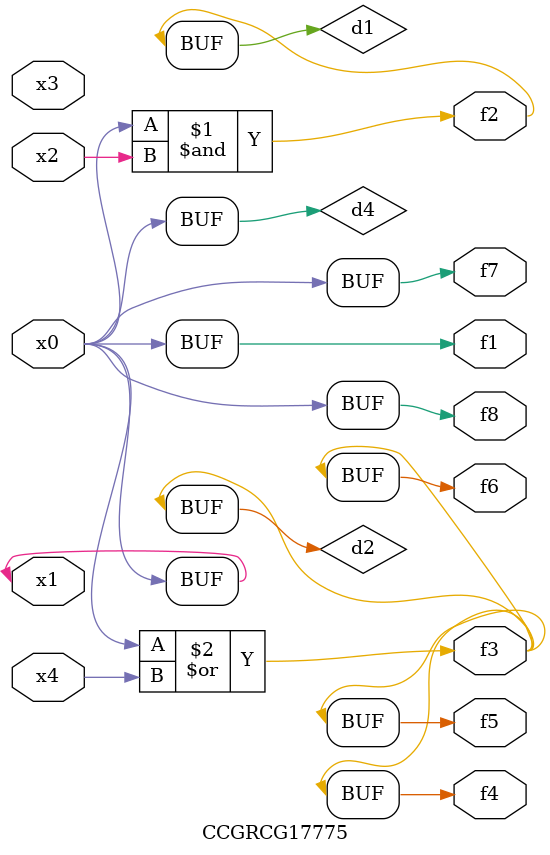
<source format=v>
module CCGRCG17775(
	input x0, x1, x2, x3, x4,
	output f1, f2, f3, f4, f5, f6, f7, f8
);

	wire d1, d2, d3, d4;

	and (d1, x0, x2);
	or (d2, x0, x4);
	nand (d3, x0, x2);
	buf (d4, x0, x1);
	assign f1 = d4;
	assign f2 = d1;
	assign f3 = d2;
	assign f4 = d2;
	assign f5 = d2;
	assign f6 = d2;
	assign f7 = d4;
	assign f8 = d4;
endmodule

</source>
